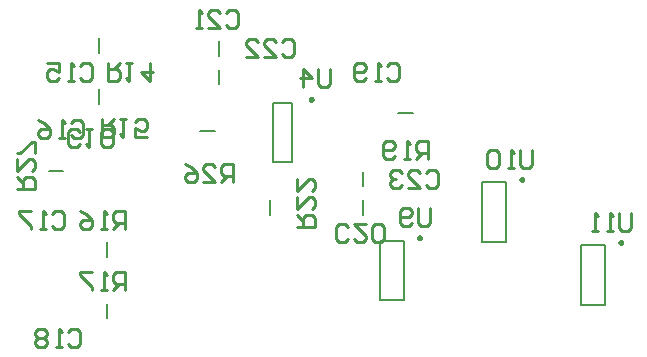
<source format=gbo>
%FSDAX24Y24*%
%MOIN*%
%SFA1B1*%

%IPPOS*%
%ADD23C,0.010000*%
%ADD35C,0.009800*%
%ADD36C,0.007900*%
%LNpcb_csn_v3_1-1*%
%LPD*%
G54D23*
X022510Y010080D02*
Y009580D01*
X022410Y009480*
X022210*
X022110Y009580*
Y010080*
X021910Y009480D02*
X021710D01*
X021810*
Y010080*
X021910Y009980*
X021410D02*
X021310Y010080D01*
X021110*
X021010Y009980*
Y009580*
X021110Y009480*
X021310*
X021410Y009580*
Y009980*
X019110Y008130D02*
Y007630D01*
X019010Y007530*
X018810*
X018710Y007630*
Y008130*
X018510Y007630D02*
X018410Y007530D01*
X018210*
X018110Y007630*
Y008030*
X018210Y008130*
X018410*
X018510Y008030*
Y007930*
X018410Y007830*
X018110*
X015770Y012750D02*
Y012250D01*
X015670Y012150*
X015470*
X015370Y012250*
Y012750*
X014870Y012150D02*
Y012750D01*
X015170Y012450*
X014770*
X005350Y008750D02*
X005950D01*
Y009050*
X005850Y009150*
X005650*
X005550Y009050*
Y008750*
Y008950D02*
X005350Y009150D01*
Y009750D02*
Y009350D01*
X005750Y009750*
X005850*
X005950Y009650*
Y009450*
X005850Y009350*
X005950Y009950D02*
Y010349D01*
X005850*
X005450Y009950*
X005350*
X012550Y009000D02*
Y009600D01*
X012250*
X012150Y009500*
Y009300*
X012250Y009200*
X012550*
X012350D02*
X012150Y009000D01*
X011550D02*
X011950D01*
X011550Y009400*
Y009500*
X011650Y009600*
X011850*
X011950Y009500*
X010951Y009600D02*
X011150Y009500D01*
X011350Y009300*
Y009100*
X011250Y009000*
X011050*
X010951Y009100*
Y009200*
X011050Y009300*
X011350*
X014700Y007500D02*
X015300D01*
Y007800*
X015200Y007900*
X015000*
X014900Y007800*
Y007500*
Y007700D02*
X014700Y007900D01*
Y008500D02*
Y008100D01*
X015100Y008500*
X015200*
X015300Y008400*
Y008200*
X015200Y008100*
X014700Y009099D02*
Y008700D01*
X015100Y009099*
X015200*
X015300Y009000*
Y008800*
X015200Y008700*
X019050Y009750D02*
Y010350D01*
X018750*
X018650Y010250*
Y010050*
X018750Y009950*
X019050*
X018850D02*
X018650Y009750D01*
X018450D02*
X018250D01*
X018350*
Y010350*
X018450Y010250*
X017950Y009850D02*
X017850Y009750D01*
X017650*
X017550Y009850*
Y010250*
X017650Y010350*
X017850*
X017950Y010250*
Y010150*
X017850Y010050*
X017550*
X008960Y005390D02*
Y005990D01*
X008660*
X008560Y005890*
Y005690*
X008660Y005590*
X008960*
X008760D02*
X008560Y005390D01*
X008360D02*
X008160D01*
X008260*
Y005990*
X008360Y005890*
X007860Y005990D02*
X007460D01*
Y005890*
X007860Y005490*
Y005390*
X008960Y007440D02*
Y008040D01*
X008660*
X008560Y007940*
Y007740*
X008660Y007640*
X008960*
X008760D02*
X008560Y007440D01*
X008360D02*
X008160D01*
X008260*
Y008040*
X008360Y007940*
X007460Y008040D02*
X007660Y007940D01*
X007860Y007740*
Y007540*
X007760Y007440*
X007560*
X007460Y007540*
Y007640*
X007560Y007740*
X007860*
X008200Y011100D02*
Y010500D01*
X008500*
X008600Y010600*
Y010800*
X008500Y010900*
X008200*
X008400D02*
X008600Y011100D01*
X008800D02*
X009000D01*
X008900*
Y010500*
X008800Y010600*
X009700Y010500D02*
X009300D01*
Y010800*
X009500Y010700*
X009600*
X009700Y010800*
Y011000*
X009600Y011100*
X009400*
X009300Y011000*
X008400Y012950D02*
Y012350D01*
X008700*
X008800Y012450*
Y012650*
X008700Y012750*
X008400*
X008600D02*
X008800Y012950D01*
X009000D02*
X009200D01*
X009100*
Y012350*
X009000Y012450*
X009800Y012950D02*
Y012350D01*
X009500Y012650*
X009900*
X007450Y010250D02*
X007350Y010150D01*
X007150*
X007050Y010250*
Y010650*
X007150Y010750*
X007350*
X007450Y010650*
X007650Y010750D02*
X007850D01*
X007750*
Y010150*
X007650Y010250*
X008150D02*
X008250Y010150D01*
X008450*
X008550Y010250*
Y010650*
X008450Y010750*
X008250*
X008150Y010650*
Y010250*
X019000Y009300D02*
X019100Y009400D01*
X019300*
X019400Y009300*
Y008900*
X019300Y008800*
X019100*
X019000Y008900*
X018400Y008800D02*
X018800D01*
X018400Y009200*
Y009300*
X018500Y009400*
X018700*
X018800Y009300*
X018200D02*
X018100Y009400D01*
X017900*
X017801Y009300*
Y009200*
X017900Y009100*
X018000*
X017900*
X017801Y009000*
Y008900*
X017900Y008800*
X018100*
X018200Y008900*
X014200Y013650D02*
X014300Y013750D01*
X014500*
X014600Y013650*
Y013250*
X014500Y013150*
X014300*
X014200Y013250*
X013600Y013150D02*
X014000D01*
X013600Y013550*
Y013650*
X013700Y013750*
X013900*
X014000Y013650*
X013001Y013150D02*
X013400D01*
X013001Y013550*
Y013650*
X013100Y013750*
X013300*
X013400Y013650*
X012310Y014640D02*
X012410Y014740D01*
X012610*
X012710Y014640*
Y014240*
X012610Y014140*
X012410*
X012310Y014240*
X011710Y014140D02*
X012110D01*
X011710Y014540*
Y014640*
X011810Y014740*
X012010*
X012110Y014640*
X011510Y014140D02*
X011310D01*
X011410*
Y014740*
X011510Y014640*
X016400Y007100D02*
X016300Y007000D01*
X016100*
X016000Y007100*
Y007500*
X016100Y007600*
X016300*
X016400Y007500*
X017000Y007600D02*
X016600D01*
X017000Y007200*
Y007100*
X016900Y007000*
X016700*
X016600Y007100*
X017200D02*
X017300Y007000D01*
X017500*
X017599Y007100*
Y007500*
X017500Y007600*
X017300*
X017200Y007500*
Y007100*
X017700Y012850D02*
X017800Y012950D01*
X018000*
X018100Y012850*
Y012450*
X018000Y012350*
X017800*
X017700Y012450*
X017500Y012350D02*
X017300D01*
X017400*
Y012950*
X017500Y012850*
X017000Y012450D02*
X016900Y012350D01*
X016700*
X016600Y012450*
Y012850*
X016700Y012950*
X016900*
X017000Y012850*
Y012750*
X016900Y012650*
X016600*
X007050Y004000D02*
X007150Y004100D01*
X007350*
X007450Y004000*
Y003600*
X007350Y003500*
X007150*
X007050Y003600*
X006850Y003500D02*
X006650D01*
X006750*
Y004100*
X006850Y004000*
X006350D02*
X006250Y004100D01*
X006050*
X005950Y004000*
Y003900*
X006050Y003800*
X005950Y003700*
Y003600*
X006050Y003500*
X006250*
X006350Y003600*
Y003700*
X006250Y003800*
X006350Y003900*
Y004000*
X006250Y003800D02*
X006050D01*
X006520Y007930D02*
X006620Y008030D01*
X006820*
X006920Y007930*
Y007530*
X006820Y007430*
X006620*
X006520Y007530*
X006320Y007430D02*
X006120D01*
X006220*
Y008030*
X006320Y007930*
X005820Y008030D02*
X005420D01*
Y007930*
X005820Y007530*
Y007430*
X007150Y010950D02*
X007250Y011050D01*
X007450*
X007550Y010950*
Y010550*
X007450Y010450*
X007250*
X007150Y010550*
X006950Y010450D02*
X006750D01*
X006850*
Y011050*
X006950Y010950*
X006050Y011050D02*
X006250Y010950D01*
X006450Y010750*
Y010550*
X006350Y010450*
X006150*
X006050Y010550*
Y010650*
X006150Y010750*
X006450*
X007450Y012850D02*
X007550Y012950D01*
X007750*
X007850Y012850*
Y012450*
X007750Y012350*
X007550*
X007450Y012450*
X007250Y012350D02*
X007050D01*
X007150*
Y012950*
X007250Y012850*
X006350Y012950D02*
X006750D01*
Y012650*
X006550Y012750*
X006450*
X006350Y012650*
Y012450*
X006450Y012350*
X006650*
X006750Y012450*
X025810Y007980D02*
Y007480D01*
X025710Y007380*
X025510*
X025410Y007480*
Y007980*
X025210Y007380D02*
X025010D01*
X025110*
Y007980*
X025210Y007880*
X024710Y007380D02*
X024510D01*
X024610*
Y007980*
X024710Y007880*
G54D35*
X015214Y011754D02*
D01*
X015213Y011757*
X015213Y011760*
X015212Y011764*
X015212Y011767*
X015211Y011770*
X015209Y011773*
X015208Y011777*
X015206Y011779*
X015204Y011782*
X015202Y011785*
X015200Y011788*
X015197Y011790*
X015195Y011792*
X015192Y011794*
X015189Y011796*
X015186Y011798*
X015183Y011799*
X015180Y011800*
X015176Y011801*
X015173Y011802*
X015170Y011802*
X015166Y011802*
X015163*
X015159Y011802*
X015156Y011802*
X015153Y011801*
X015149Y011800*
X015146Y011799*
X015143Y011798*
X015140Y011796*
X015137Y011794*
X015134Y011792*
X015132Y011790*
X015129Y011788*
X015127Y011785*
X015125Y011782*
X015123Y011779*
X015121Y011777*
X015120Y011773*
X015118Y011770*
X015117Y011767*
X015117Y011764*
X015116Y011760*
X015116Y011757*
X015116Y011754*
X015116Y011750*
X015116Y011747*
X015117Y011743*
X015117Y011740*
X015118Y011737*
X015120Y011734*
X015121Y011730*
X015123Y011728*
X015125Y011725*
X015127Y011722*
X015129Y011719*
X015132Y011717*
X015134Y011715*
X015137Y011713*
X015140Y011711*
X015143Y011709*
X015146Y011708*
X015149Y011707*
X015153Y011706*
X015156Y011705*
X015159Y011705*
X015163Y011705*
X015166*
X015170Y011705*
X015173Y011705*
X015176Y011706*
X015180Y011707*
X015183Y011708*
X015186Y011709*
X015189Y011711*
X015192Y011713*
X015195Y011715*
X015197Y011717*
X015200Y011719*
X015202Y011722*
X015204Y011725*
X015206Y011728*
X015208Y011730*
X015209Y011734*
X015211Y011737*
X015212Y011740*
X015212Y011743*
X015213Y011747*
X015213Y011750*
X015214Y011754*
X018824Y007135D02*
D01*
X018823Y007138*
X018823Y007141*
X018822Y007145*
X018822Y007148*
X018821Y007151*
X018819Y007154*
X018818Y007158*
X018816Y007160*
X018814Y007163*
X018812Y007166*
X018810Y007169*
X018807Y007171*
X018805Y007173*
X018802Y007175*
X018799Y007177*
X018796Y007179*
X018793Y007180*
X018790Y007181*
X018786Y007182*
X018783Y007183*
X018780Y007183*
X018776Y007183*
X018773*
X018769Y007183*
X018766Y007183*
X018763Y007182*
X018759Y007181*
X018756Y007180*
X018753Y007179*
X018750Y007177*
X018747Y007175*
X018744Y007173*
X018742Y007171*
X018739Y007169*
X018737Y007166*
X018735Y007163*
X018733Y007160*
X018731Y007158*
X018730Y007154*
X018728Y007151*
X018727Y007148*
X018727Y007145*
X018726Y007141*
X018726Y007138*
X018726Y007135*
X018726Y007131*
X018726Y007128*
X018727Y007124*
X018727Y007121*
X018728Y007118*
X018730Y007115*
X018731Y007111*
X018733Y007109*
X018735Y007106*
X018737Y007103*
X018739Y007100*
X018742Y007098*
X018744Y007096*
X018747Y007094*
X018750Y007092*
X018753Y007090*
X018756Y007089*
X018759Y007088*
X018763Y007087*
X018766Y007086*
X018769Y007086*
X018773Y007086*
X018776*
X018780Y007086*
X018783Y007086*
X018786Y007087*
X018790Y007088*
X018793Y007089*
X018796Y007090*
X018799Y007092*
X018802Y007094*
X018805Y007096*
X018807Y007098*
X018810Y007100*
X018812Y007103*
X018814Y007106*
X018816Y007109*
X018818Y007111*
X018819Y007115*
X018821Y007118*
X018822Y007121*
X018822Y007124*
X018823Y007128*
X018823Y007131*
X018824Y007135*
X022224Y009085D02*
D01*
X022223Y009088*
X022223Y009091*
X022222Y009095*
X022222Y009098*
X022221Y009101*
X022219Y009104*
X022218Y009108*
X022216Y009110*
X022214Y009113*
X022212Y009116*
X022210Y009119*
X022207Y009121*
X022205Y009123*
X022202Y009125*
X022199Y009127*
X022196Y009129*
X022193Y009130*
X022190Y009131*
X022186Y009132*
X022183Y009133*
X022180Y009133*
X022176Y009133*
X022173*
X022169Y009133*
X022166Y009133*
X022163Y009132*
X022159Y009131*
X022156Y009130*
X022153Y009129*
X022150Y009127*
X022147Y009125*
X022144Y009123*
X022142Y009121*
X022139Y009119*
X022137Y009116*
X022135Y009113*
X022133Y009110*
X022131Y009108*
X022130Y009104*
X022128Y009101*
X022127Y009098*
X022127Y009095*
X022126Y009091*
X022126Y009088*
X022126Y009085*
X022126Y009081*
X022126Y009078*
X022127Y009074*
X022127Y009071*
X022128Y009068*
X022130Y009065*
X022131Y009061*
X022133Y009059*
X022135Y009056*
X022137Y009053*
X022139Y009050*
X022142Y009048*
X022144Y009046*
X022147Y009044*
X022150Y009042*
X022153Y009040*
X022156Y009039*
X022159Y009038*
X022163Y009037*
X022166Y009036*
X022169Y009036*
X022173Y009036*
X022176*
X022180Y009036*
X022183Y009036*
X022186Y009037*
X022190Y009038*
X022193Y009039*
X022196Y009040*
X022199Y009042*
X022202Y009044*
X022205Y009046*
X022207Y009048*
X022210Y009050*
X022212Y009053*
X022214Y009056*
X022216Y009059*
X022218Y009061*
X022219Y009065*
X022221Y009068*
X022222Y009071*
X022222Y009074*
X022223Y009078*
X022223Y009081*
X022224Y009085*
X025524Y006985D02*
D01*
X025523Y006988*
X025523Y006991*
X025522Y006995*
X025522Y006998*
X025521Y007001*
X025519Y007004*
X025518Y007008*
X025516Y007010*
X025514Y007013*
X025512Y007016*
X025510Y007019*
X025507Y007021*
X025505Y007023*
X025502Y007025*
X025499Y007027*
X025496Y007029*
X025493Y007030*
X025490Y007031*
X025486Y007032*
X025483Y007033*
X025480Y007033*
X025476Y007033*
X025473*
X025469Y007033*
X025466Y007033*
X025463Y007032*
X025459Y007031*
X025456Y007030*
X025453Y007029*
X025450Y007027*
X025447Y007025*
X025444Y007023*
X025442Y007021*
X025439Y007019*
X025437Y007016*
X025435Y007013*
X025433Y007010*
X025431Y007008*
X025430Y007004*
X025428Y007001*
X025427Y006998*
X025427Y006995*
X025426Y006991*
X025426Y006988*
X025426Y006985*
X025426Y006981*
X025426Y006978*
X025427Y006974*
X025427Y006971*
X025428Y006968*
X025430Y006965*
X025431Y006961*
X025433Y006959*
X025435Y006956*
X025437Y006953*
X025439Y006950*
X025442Y006948*
X025444Y006946*
X025447Y006944*
X025450Y006942*
X025453Y006940*
X025456Y006939*
X025459Y006938*
X025463Y006937*
X025466Y006936*
X025469Y006936*
X025473Y006936*
X025476*
X025480Y006936*
X025483Y006936*
X025486Y006937*
X025490Y006938*
X025493Y006939*
X025496Y006940*
X025499Y006942*
X025502Y006944*
X025505Y006946*
X025507Y006948*
X025510Y006950*
X025512Y006953*
X025514Y006956*
X025516Y006959*
X025518Y006961*
X025519Y006965*
X025521Y006968*
X025522Y006971*
X025522Y006974*
X025523Y006978*
X025523Y006981*
X025524Y006985*
G54D36*
X013800Y007914D02*
Y008386D01*
X011464Y010700D02*
X011936D01*
X006414Y009350D02*
X006886D01*
X016900Y008864D02*
Y009336D01*
Y007914D02*
Y008386D01*
X012100Y012264D02*
Y012736D01*
X018064Y011300D02*
X018536D01*
X008100Y011614D02*
Y012086D01*
Y013314D02*
Y013786D01*
X012100Y013214D02*
Y013686D01*
X008350Y006514D02*
Y006986D01*
Y004464D02*
Y004936D01*
X013885Y009666D02*
X014515D01*
X013885Y011634D02*
X014515D01*
X013885Y009666D02*
Y011634D01*
X014515Y009666D02*
Y011634D01*
X018244Y005066D02*
Y007034D01*
X017456Y005066D02*
Y007034D01*
X018244*
X017456Y005066D02*
X018244D01*
X021644Y007016D02*
Y008984D01*
X020856Y007016D02*
Y008984D01*
X021644*
X020856Y007016D02*
X021644D01*
X024156Y004916D02*
X024944D01*
X024156Y006884D02*
X024944D01*
X024156Y004916D02*
Y006884D01*
X024944Y004916D02*
Y006884D01*
M02*
</source>
